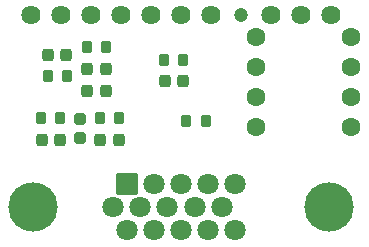
<source format=gbr>
G04 #@! TF.GenerationSoftware,KiCad,Pcbnew,(6.0.6-0)*
G04 #@! TF.CreationDate,2022-07-06T00:13:59-04:00*
G04 #@! TF.ProjectId,PS2VGA,50533256-4741-42e6-9b69-6361645f7063,1*
G04 #@! TF.SameCoordinates,Original*
G04 #@! TF.FileFunction,Soldermask,Bot*
G04 #@! TF.FilePolarity,Negative*
%FSLAX46Y46*%
G04 Gerber Fmt 4.6, Leading zero omitted, Abs format (unit mm)*
G04 Created by KiCad (PCBNEW (6.0.6-0)) date 2022-07-06 00:13:59*
%MOMM*%
%LPD*%
G01*
G04 APERTURE LIST*
G04 Aperture macros list*
%AMRoundRect*
0 Rectangle with rounded corners*
0 $1 Rounding radius*
0 $2 $3 $4 $5 $6 $7 $8 $9 X,Y pos of 4 corners*
0 Add a 4 corners polygon primitive as box body*
4,1,4,$2,$3,$4,$5,$6,$7,$8,$9,$2,$3,0*
0 Add four circle primitives for the rounded corners*
1,1,$1+$1,$2,$3*
1,1,$1+$1,$4,$5*
1,1,$1+$1,$6,$7*
1,1,$1+$1,$8,$9*
0 Add four rect primitives between the rounded corners*
20,1,$1+$1,$2,$3,$4,$5,0*
20,1,$1+$1,$4,$5,$6,$7,0*
20,1,$1+$1,$6,$7,$8,$9,0*
20,1,$1+$1,$8,$9,$2,$3,0*%
G04 Aperture macros list end*
%ADD10C,1.200000*%
%ADD11C,1.625600*%
%ADD12RoundRect,0.250800X0.200000X0.275000X-0.200000X0.275000X-0.200000X-0.275000X0.200000X-0.275000X0*%
%ADD13RoundRect,0.275800X-0.225000X-0.250000X0.225000X-0.250000X0.225000X0.250000X-0.225000X0.250000X0*%
%ADD14RoundRect,0.275800X0.225000X0.250000X-0.225000X0.250000X-0.225000X-0.250000X0.225000X-0.250000X0*%
%ADD15RoundRect,0.250800X-0.200000X-0.275000X0.200000X-0.275000X0.200000X0.275000X-0.200000X0.275000X0*%
%ADD16RoundRect,0.050800X-0.850000X-0.850000X0.850000X-0.850000X0.850000X0.850000X-0.850000X0.850000X0*%
%ADD17C,1.801600*%
%ADD18C,4.167600*%
%ADD19RoundRect,0.275800X0.250000X-0.225000X0.250000X0.225000X-0.250000X0.225000X-0.250000X-0.225000X0*%
%ADD20C,1.601600*%
G04 APERTURE END LIST*
D10*
X147590000Y-99110000D03*
D11*
X155210000Y-99110000D03*
X145050000Y-99110000D03*
X142510000Y-99110000D03*
X139970000Y-99110000D03*
X137430000Y-99110000D03*
X134890000Y-99110000D03*
X132350000Y-99110000D03*
X129810000Y-99110000D03*
X152670000Y-99110000D03*
X150130000Y-99110000D03*
D12*
X136195000Y-101830000D03*
X134545000Y-101830000D03*
D13*
X134605000Y-105550000D03*
X136155000Y-105550000D03*
X134595000Y-103690000D03*
X136145000Y-103690000D03*
D12*
X132885000Y-104270000D03*
X131235000Y-104270000D03*
X132305000Y-107840000D03*
X130655000Y-107840000D03*
D13*
X130725000Y-109660000D03*
X132275000Y-109660000D03*
X131285000Y-102540000D03*
X132835000Y-102540000D03*
D14*
X142695000Y-104690000D03*
X141145000Y-104690000D03*
D12*
X137295000Y-107810000D03*
X135645000Y-107810000D03*
X144625000Y-108120000D03*
X142975000Y-108120000D03*
D15*
X141060000Y-102910000D03*
X142710000Y-102910000D03*
D16*
X137950000Y-113395000D03*
D17*
X140240000Y-113395000D03*
X142530000Y-113395000D03*
X144820000Y-113395000D03*
X147110000Y-113395000D03*
X136805000Y-115375000D03*
X139095000Y-115375000D03*
X141385000Y-115375000D03*
X143675000Y-115375000D03*
X145965000Y-115375000D03*
X137950000Y-117355000D03*
X140240000Y-117355000D03*
X142530000Y-117355000D03*
X144820000Y-117355000D03*
X147110000Y-117355000D03*
D18*
X155025000Y-115375000D03*
X130035000Y-115375000D03*
D19*
X134000000Y-109485000D03*
X134000000Y-107935000D03*
D20*
X156890000Y-108620000D03*
X156890000Y-106080000D03*
X156890000Y-103540000D03*
X156890000Y-101000000D03*
X148890000Y-108620000D03*
X148890000Y-106080000D03*
X148890000Y-103540000D03*
X148890000Y-101000000D03*
D13*
X135695000Y-109660000D03*
X137245000Y-109660000D03*
M02*

</source>
